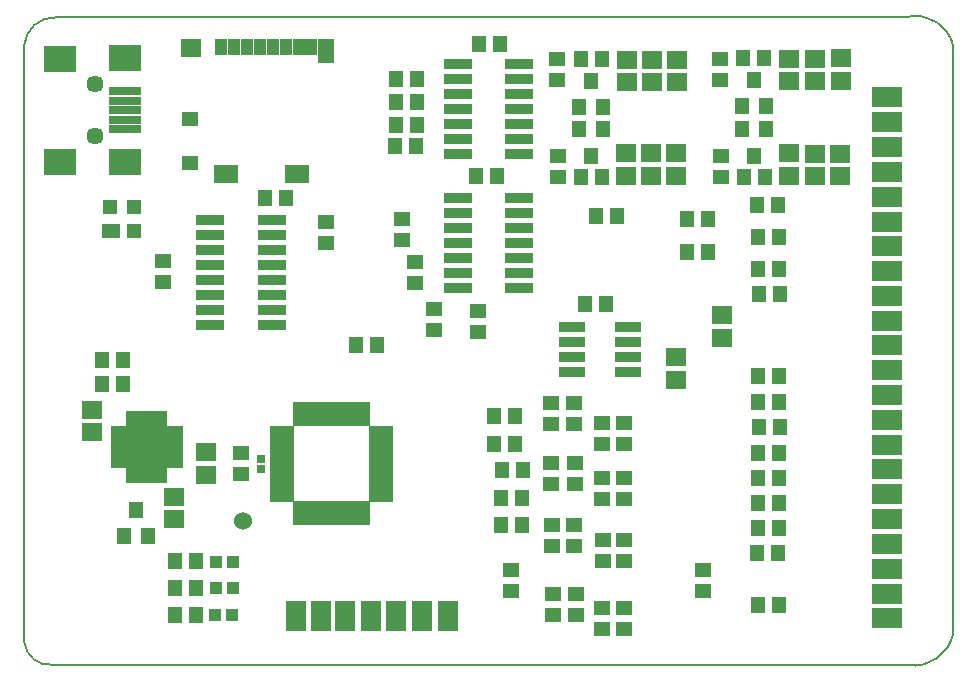
<source format=gbr>
%FSLAX23Y23*%
%MOIN*%
G04 EasyPC Gerber Version 15.0.4 Build 3016 *
%ADD91R,0.02200X0.05200*%
%ADD89R,0.03200X0.08000*%
%ADD96R,0.03953X0.05331*%
%ADD101R,0.04346X0.05331*%
%ADD86R,0.04940X0.05330*%
%ADD103R,0.05000X0.05800*%
%ADD97R,0.05606X0.08087*%
%ADD140R,0.06906X0.10449*%
%ADD106R,0.10843X0.02969*%
%ADD107R,0.10843X0.08874*%
%ADD143R,0.03000X0.03000*%
%ADD104R,0.04150X0.04150*%
%ADD95R,0.05000X0.05000*%
%ADD93R,0.14200X0.14200*%
%ADD16C,0.00500*%
%ADD92R,0.05200X0.02200*%
%ADD88R,0.08000X0.03200*%
%ADD84R,0.08800X0.03200*%
%ADD90R,0.09660X0.03360*%
%ADD100R,0.05724X0.04937*%
%ADD87R,0.05330X0.04940*%
%ADD94R,0.06000X0.05000*%
%ADD85R,0.07000X0.06100*%
%ADD98R,0.07102X0.06315*%
%ADD99R,0.08480X0.06315*%
%ADD108C,0.05724*%
%ADD142C,0.06000*%
%ADD141R,0.10449X0.06906*%
X0Y0D02*
D02*
D16*
X3Y80D02*
G75*
G03X95Y4I84J9D01*
G01*
X2947*
G75*
G03X3100Y113I22J131*
G01*
X3100Y2065*
G75*
G03X2948Y2164I-126J-26*
G01*
X110Y2163*
G75*
G03X3Y2067I-6J-102*
G01*
Y80*
D02*
D84*
X1828Y981D03*
Y1031D03*
Y1081D03*
Y1131D03*
X2014Y981D03*
Y1031D03*
Y1081D03*
Y1131D03*
D02*
D85*
X227Y780D03*
Y855D03*
X503Y489D03*
Y564D03*
X610Y638D03*
Y713D03*
X2008Y1634D03*
Y1709D03*
X2011Y1946D03*
Y2021D03*
X2091Y1635D03*
Y1710D03*
X2096Y1946D03*
Y2021D03*
X2174Y1634D03*
Y1709D03*
X2175Y955D03*
Y1030D03*
X2180Y1947D03*
Y2022D03*
X2328Y1095D03*
Y1170D03*
X2551Y1949D03*
Y2024D03*
X2552Y1634D03*
Y1709D03*
X2637Y1633D03*
Y1708D03*
X2640Y1950D03*
Y2025D03*
X2721Y1633D03*
Y1708D03*
X2726Y1951D03*
Y2026D03*
D02*
D86*
X261Y1019D03*
X261Y940D03*
X331Y1019D03*
X331Y940D03*
X504Y170D03*
Y259D03*
Y351D03*
X574Y170D03*
Y259D03*
Y351D03*
X804Y1559D03*
X874D03*
X1109Y1071D03*
X1179D03*
X1238Y1734D03*
X1241Y1805D03*
X1242Y1880D03*
X1242Y1957D03*
X1308Y1734D03*
X1311Y1805D03*
X1312Y1880D03*
X1312Y1957D03*
X1509Y1634D03*
X1518Y2074D03*
X1568Y742D03*
X1568Y834D03*
X1579Y1634D03*
X1588Y2074D03*
X1591Y470D03*
X1592Y562D03*
X1595Y654D03*
X1638Y742D03*
X1638Y834D03*
X1661Y470D03*
X1662Y562D03*
X1665Y654D03*
X1857Y2024D03*
X1858Y1631D03*
X1872Y1207D03*
X1908Y1499D03*
X1927Y2024D03*
X1928Y1631D03*
X1942Y1207D03*
X1978Y1499D03*
X2211Y1380D03*
X2212Y1489D03*
X2281Y1380D03*
X2282Y1489D03*
X2397Y2026D03*
X2401Y1629D03*
X2446Y376D03*
Y1538D03*
X2447Y461D03*
X2448Y1324D03*
X2448Y203D03*
Y545D03*
Y627D03*
X2449Y1432D03*
X2449Y711D03*
Y882D03*
Y966D03*
X2451Y1241D03*
X2451Y797D03*
X2467Y2026D03*
X2471Y1629D03*
X2516Y376D03*
Y1538D03*
X2517Y461D03*
X2518Y1324D03*
X2518Y203D03*
Y545D03*
Y627D03*
X2519Y1432D03*
X2519Y711D03*
Y882D03*
Y966D03*
X2521Y1241D03*
X2521Y797D03*
D02*
D87*
X465Y1281D03*
Y1351D03*
X726Y639D03*
Y709D03*
X1008Y1412D03*
Y1482D03*
X1261Y1419D03*
Y1489D03*
X1305Y1276D03*
Y1346D03*
X1368Y1119D03*
Y1189D03*
X1515Y1115D03*
Y1185D03*
X1626Y252D03*
Y322D03*
X1759Y607D03*
Y677D03*
Y807D03*
Y877D03*
X1763Y399D03*
Y469D03*
X1764Y171D03*
Y241D03*
X1780Y1955D03*
Y2025D03*
X1781Y1630D03*
Y1700D03*
X1835Y807D03*
Y877D03*
X1836Y399D03*
Y469D03*
X1839Y607D03*
Y677D03*
X1843Y171D03*
Y241D03*
X1927Y556D03*
Y626D03*
Y741D03*
Y811D03*
X1927Y124D03*
Y194D03*
X1931Y352D03*
Y422D03*
X2002Y741D03*
Y811D03*
X2003Y124D03*
Y194D03*
Y556D03*
Y626D03*
X2003Y352D03*
Y422D03*
X2264Y251D03*
Y321D03*
X2321Y1955D03*
Y2025D03*
X2325Y1632D03*
Y1702D03*
D02*
D88*
X863Y564D03*
Y596D03*
Y627D03*
Y659D03*
Y690D03*
Y722D03*
Y753D03*
Y785D03*
X1191Y564D03*
Y596D03*
Y627D03*
Y659D03*
Y690D03*
Y722D03*
Y753D03*
Y785D03*
D02*
D89*
X916Y511D03*
Y839D03*
X948Y511D03*
Y839D03*
X979Y511D03*
Y839D03*
X1011Y511D03*
Y839D03*
X1042Y511D03*
Y839D03*
X1074Y511D03*
Y839D03*
X1105Y511D03*
Y839D03*
X1137Y511D03*
Y839D03*
D02*
D90*
X623Y1136D03*
Y1186D03*
Y1236D03*
Y1286D03*
Y1336D03*
Y1386D03*
Y1436D03*
Y1486D03*
X827Y1136D03*
Y1186D03*
Y1236D03*
Y1286D03*
Y1336D03*
Y1386D03*
Y1436D03*
Y1486D03*
X1447Y1261D03*
Y1311D03*
Y1361D03*
Y1411D03*
Y1461D03*
Y1511D03*
Y1561D03*
X1448Y1707D03*
Y1757D03*
Y1807D03*
Y1857D03*
Y1907D03*
Y1957D03*
Y2007D03*
X1652Y1261D03*
Y1311D03*
Y1361D03*
Y1411D03*
Y1461D03*
Y1511D03*
Y1561D03*
X1653Y1707D03*
Y1757D03*
Y1807D03*
Y1857D03*
Y1907D03*
Y1957D03*
Y2007D03*
D02*
D91*
X351Y638D03*
Y825D03*
X371Y638D03*
Y825D03*
X391Y638D03*
Y825D03*
X410Y638D03*
Y825D03*
X430Y638D03*
Y825D03*
X450Y638D03*
Y825D03*
X469Y638D03*
Y825D03*
D02*
D92*
X317Y672D03*
Y692D03*
Y712D03*
Y731D03*
Y751D03*
Y771D03*
Y790D03*
X504Y672D03*
Y692D03*
Y712D03*
Y731D03*
Y751D03*
Y771D03*
Y790D03*
D02*
D93*
X410Y731D03*
D02*
D94*
X293Y1452D03*
D02*
D95*
X288Y1532D03*
X368Y1452D03*
Y1532D03*
D02*
D96*
X960Y2065D03*
D02*
D97*
X1008Y2051D03*
D02*
D98*
X560Y2060D03*
D02*
D99*
X676Y1641D03*
X911D03*
D02*
D100*
X554Y1677D03*
Y1823D03*
D02*
D101*
X659Y2065D03*
X702D03*
X745D03*
X789D03*
X832D03*
X875D03*
X919D03*
D02*
D103*
X334Y433D03*
X374Y520D03*
X414Y433D03*
X1851Y1789D03*
Y1865D03*
X1891Y1702D03*
Y1952D03*
X1931Y1789D03*
Y1865D03*
X2394Y1868D03*
X2396Y1789D03*
X2434Y1955D03*
X2436Y1702D03*
X2474Y1868D03*
X2476Y1789D03*
D02*
D104*
X637Y171D03*
X641Y259D03*
Y348D03*
X696Y171D03*
X700Y259D03*
Y348D03*
D02*
D106*
X337Y1790D03*
Y1822D03*
Y1853D03*
Y1885D03*
Y1916D03*
D02*
D107*
X121Y1679D03*
Y2025D03*
X337Y1680D03*
Y2027D03*
D02*
D108*
X239Y1767D03*
Y1940D03*
D02*
D140*
X908Y168D03*
X991D03*
X1073Y168D03*
X1158Y168D03*
X1241D03*
X1327D03*
X1414D03*
D02*
D141*
X2877Y160D03*
Y242D03*
Y325D03*
Y407D03*
Y490D03*
Y573D03*
Y656D03*
Y738D03*
Y821D03*
Y904D03*
Y986D03*
Y1069D03*
Y1152D03*
Y1234D03*
Y1317D03*
Y1400D03*
Y1482D03*
Y1565D03*
Y1648D03*
Y1730D03*
Y1813D03*
Y1896D03*
D02*
D142*
X732Y483D03*
D02*
D143*
X793Y690D03*
X793Y658D03*
X0Y0D02*
M02*

</source>
